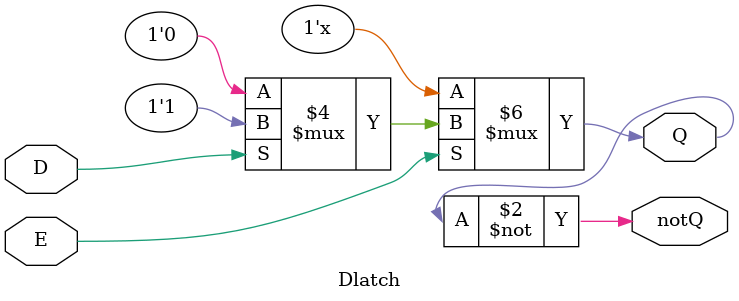
<source format=v>
module Dlatch(

    input D, E,
    output reg Q, 
    output notQ
    
     );
     
     always @(D, E) begin
     
     if (E)
        if (D)
        Q <= 1;
        else 
        Q <= 0;
    end
        
        
    assign notQ = ~Q;
     
  
     
endmodule

</source>
